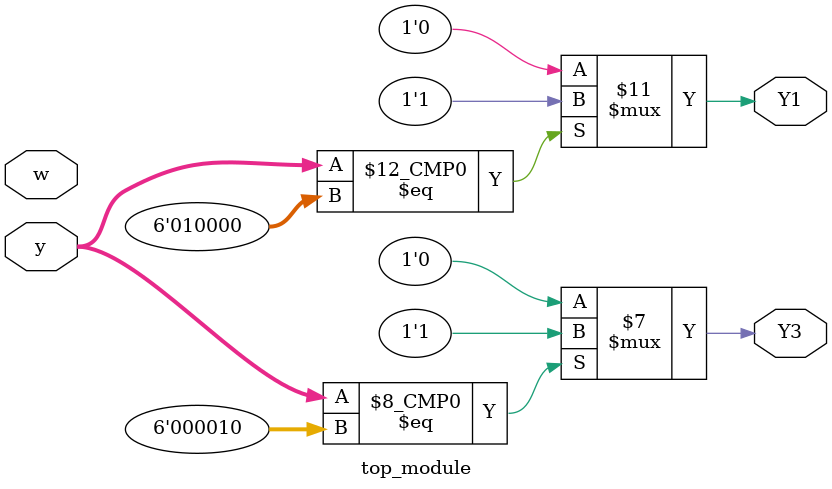
<source format=sv>
module top_module (
  input [5:0] y,
  input w,
  output reg Y1,
  output reg Y3
);

  always @(y) begin
    case (y)
      6'b000001: begin  // State A
        Y1 = 1'b0;
        Y3 = 1'b0;
      end
      
      6'b000010: begin  // State B
        Y1 = 1'b0;
        Y3 = 1'b1;
      end
      
      6'b000100: begin  // State C
        Y1 = 1'b0;
        Y3 = 1'b0;
      end
      
      6'b001000: begin  // State D
        Y1 = 1'b0;
        Y3 = 1'b0;
      end
      
      6'b010000: begin  // State E
        Y1 = 1'b1;
        Y3 = 1'b0;
      end
      
      6'b100000: begin  // State F
        Y1 = 1'b0;
        Y3 = 1'b0;
      end
      
      default: begin
        Y1 = 1'b0;
        Y3 = 1'b0;
      end
    endcase
  end

endmodule

</source>
